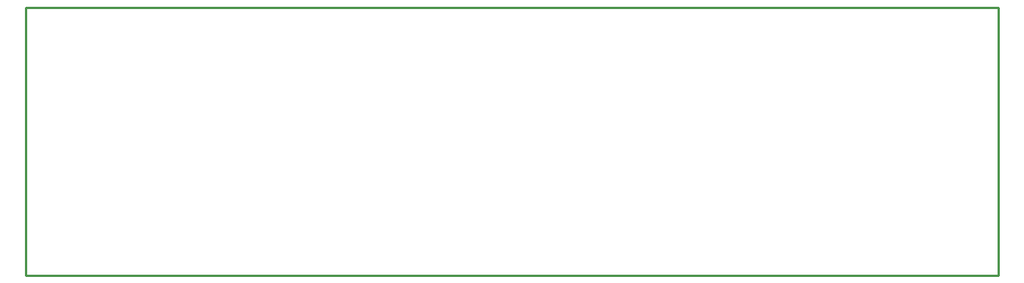
<source format=gbr>
G04 EAGLE Gerber RS-274X export*
G75*
%MOMM*%
%FSLAX34Y34*%
%LPD*%
%IN*%
%IPPOS*%
%AMOC8*
5,1,8,0,0,1.08239X$1,22.5*%
G01*
%ADD10C,0.254000*%


D10*
X0Y0D02*
X1090000Y0D01*
X1090000Y300000D01*
X0Y300000D01*
X0Y0D01*
M02*

</source>
